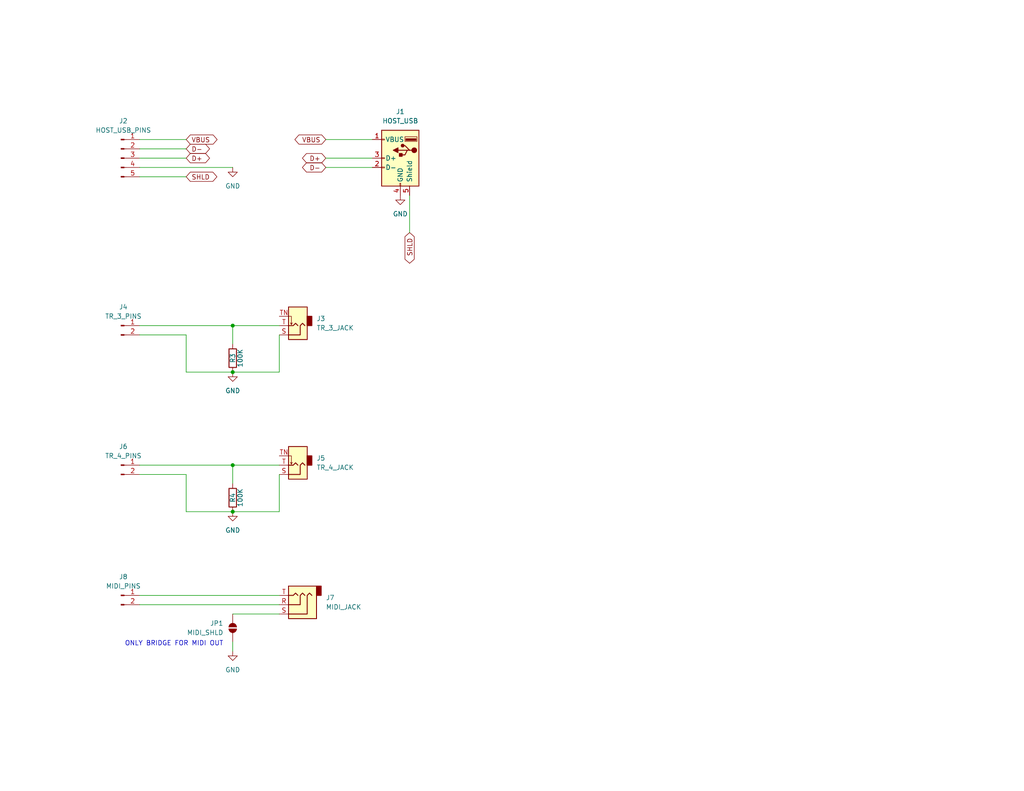
<source format=kicad_sch>
(kicad_sch (version 20250114) (generator "eeschema") (generator_version "9.0")
  (paper "USLetter")
  (title_block (title "ORN8 2HP Ext. Panel (Trig + TRS MIDI + USB-A)") (date "2026-01-06") (rev "3.2") (comment 3 "Aether Soundlab") (comment 4 "Beau Sterling"))
  (lib_symbols
    (symbol "Connector:Conn_01x02_Pin" (pin_names (offset 1.016) (hide yes))
      (property "Reference" "J" (at 0 2.54 0))
      (property "Value" "Conn_01x02_Pin" (at 0 -5.08 0))
      (symbol "Conn_01x02_Pin_1_1"
        (rectangle (start 0.8636 0.127) (end 0 -0.127) (stroke (width 0.1524)) (fill (type outline)))
        (rectangle (start 0.8636 -2.413) (end 0 -2.667) (stroke (width 0.1524)) (fill (type outline)))
        (polyline (pts (xy 1.27 0) (xy 0.8636 0)) (stroke (width 0.1524)))
        (polyline (pts (xy 1.27 -2.54) (xy 0.8636 -2.54)) (stroke (width 0.1524)))
        (pin passive line (at 5.08 0 180) (length 3.81) (name "Pin_1") (number "1"))
        (pin passive line (at 5.08 -2.54 180) (length 3.81) (name "Pin_2") (number "2"))
      )
    )
    (symbol "Connector:Conn_01x05_Pin" (pin_names (offset 1.016) (hide yes))
      (property "Reference" "J" (at 0 7.62 0))
      (property "Value" "Conn_01x05_Pin" (at 0 -7.62 0))
      (symbol "Conn_01x05_Pin_1_1"
        (rectangle (start 0.8636 5.207) (end 0 4.953) (stroke (width 0.1524)) (fill (type outline)))
        (rectangle (start 0.8636 2.667) (end 0 2.413) (stroke (width 0.1524)) (fill (type outline)))
        (rectangle (start 0.8636 0.127) (end 0 -0.127) (stroke (width 0.1524)) (fill (type outline)))
        (rectangle (start 0.8636 -2.413) (end 0 -2.667) (stroke (width 0.1524)) (fill (type outline)))
        (rectangle (start 0.8636 -4.953) (end 0 -5.207) (stroke (width 0.1524)) (fill (type outline)))
        (polyline (pts (xy 1.27 5.08) (xy 0.8636 5.08)) (stroke (width 0.1524)))
        (polyline (pts (xy 1.27 2.54) (xy 0.8636 2.54)) (stroke (width 0.1524)))
        (polyline (pts (xy 1.27 0) (xy 0.8636 0)) (stroke (width 0.1524)))
        (polyline (pts (xy 1.27 -2.54) (xy 0.8636 -2.54)) (stroke (width 0.1524)))
        (polyline (pts (xy 1.27 -5.08) (xy 0.8636 -5.08)) (stroke (width 0.1524)))
        (pin passive line (at 5.08 5.08 180) (length 3.81) (name "Pin_1") (number "1"))
        (pin passive line (at 5.08 2.54 180) (length 3.81) (name "Pin_2") (number "2"))
        (pin passive line (at 5.08 0 180) (length 3.81) (name "Pin_3") (number "3"))
        (pin passive line (at 5.08 -2.54 180) (length 3.81) (name "Pin_4") (number "4"))
        (pin passive line (at 5.08 -5.08 180) (length 3.81) (name "Pin_5") (number "5"))
      )
    )
    (symbol "Connector:USB_A" (pin_names (offset 1.016))
      (property "Reference" "J" (at -5.08 11.43 0))
      (property "Value" "USB_A" (at -5.08 8.89 0))
      (symbol "USB_A_0_1"
        (rectangle (start -5.08 -7.62) (end 5.08 7.62) (stroke (width 0.254)) (fill (type background)))
        (circle (center -3.81 2.159) (radius 0.635) (stroke (width 0.254)) (fill (type outline)))
        (polyline (pts (xy -3.175 2.159) (xy -2.54 2.159) (xy -1.27 3.429) (xy -0.635 3.429)) (stroke (width 0.254)))
        (polyline (pts (xy -2.54 2.159) (xy -1.905 2.159) (xy -1.27 0.889) (xy 0 0.889)) (stroke (width 0.254)))
        (rectangle (start -1.524 4.826) (end -4.318 5.334) (fill (type outline)))
        (rectangle (start -1.27 4.572) (end -4.572 5.842))
        (circle (center -0.635 3.429) (radius 0.381) (stroke (width 0.254)) (fill (type outline)))
        (rectangle (start -0.127 -7.62) (end 0.127 -6.858))
        (rectangle (start 0.254 1.27) (end -0.508 0.508) (stroke (width 0.254)) (fill (type outline)))
        (polyline (pts (xy 0.635 2.794) (xy 0.635 1.524) (xy 1.905 2.159) (xy 0.635 2.794)) (stroke (width 0.254)) (fill (type outline)))
        (rectangle (start 5.08 4.953) (end 4.318 5.207))
        (rectangle (start 5.08 -0.127) (end 4.318 0.127))
        (rectangle (start 5.08 -2.667) (end 4.318 -2.413))
      )
      (symbol "USB_A_1_1"
        (polyline (pts (xy -1.905 2.159) (xy 0.635 2.159)) (stroke (width 0.254)))
        (pin passive line (at -2.54 -10.16 90) (length 2.54) (name "Shield") (number "5"))
        (pin power_in line (at 0 -10.16 90) (length 2.54) (name "GND") (number "4"))
        (pin power_in line (at 7.62 5.08 180) (length 2.54) (name "VBUS") (number "1"))
        (pin bidirectional line (at 7.62 0 180) (length 2.54) (name "D+") (number "3"))
        (pin bidirectional line (at 7.62 -2.54 180) (length 2.54) (name "D-") (number "2"))
      )
    )
    (symbol "Connector_Audio:AudioJack2_SwitchT"
      (property "Reference" "J" (at 0 8.89 0))
      (property "Value" "AudioJack2_SwitchT" (at 0 6.35 0))
      (symbol "AudioJack2_SwitchT_0_1"
        (rectangle (start -2.54 0) (end -3.81 -2.54) (stroke (width 0.254)) (fill (type outline)))
        (polyline (pts (xy 0 0) (xy 0.635 -0.635) (xy 1.27 0) (xy 2.54 0)) (stroke (width 0.254)))
        (polyline (pts (xy 1.778 -0.254) (xy 2.032 -0.762)))
        (rectangle (start 2.54 3.81) (end -2.54 -5.08) (stroke (width 0.254)) (fill (type background)))
        (polyline (pts (xy 2.54 2.54) (xy -0.635 2.54) (xy -0.635 0) (xy -1.27 -0.635) (xy -1.905 0)) (stroke (width 0.254)))
        (polyline (pts (xy 2.54 -2.54) (xy 1.778 -2.54) (xy 1.778 -0.254) (xy 1.524 -0.762)))
      )
      (symbol "AudioJack2_SwitchT_1_1"
        (pin passive line (at 5.08 2.54 180) (length 2.54) (name "~") (number "S"))
        (pin passive line (at 5.08 0 180) (length 2.54) (name "~") (number "T"))
        (pin passive line (at 5.08 -2.54 180) (length 2.54) (name "~") (number "TN"))
      )
    )
    (symbol "Connector_Audio:AudioJack3"
      (property "Reference" "J" (at 0 8.89 0))
      (property "Value" "AudioJack3" (at 0 6.35 0))
      (symbol "AudioJack3_0_1"
        (rectangle (start -5.08 -5.08) (end -6.35 -2.54) (stroke (width 0.254)) (fill (type outline)))
        (polyline (pts (xy -1.905 -2.54) (xy -1.27 -3.175) (xy -0.635 -2.54) (xy -0.635 0) (xy 2.54 0)) (stroke (width 0.254)))
        (polyline (pts (xy 0 -2.54) (xy 0.635 -3.175) (xy 1.27 -2.54) (xy 2.54 -2.54)) (stroke (width 0.254)))
        (rectangle (start 2.54 3.81) (end -5.08 -5.08) (stroke (width 0.254)) (fill (type background)))
        (polyline (pts (xy 2.54 2.54) (xy -2.54 2.54) (xy -2.54 -2.54) (xy -3.175 -3.175) (xy -3.81 -2.54)) (stroke (width 0.254)))
      )
      (symbol "AudioJack3_1_1"
        (pin passive line (at 5.08 2.54 180) (length 2.54) (name "~") (number "S"))
        (pin passive line (at 5.08 0 180) (length 2.54) (name "~") (number "R"))
        (pin passive line (at 5.08 -2.54 180) (length 2.54) (name "~") (number "T"))
      )
    )
    (symbol "Device:R" (pin_numbers (hide yes)) (pin_names (offset 0))
      (property "Reference" "R" (at 2.032 0 90))
      (property "Value" "R" (at 0 0 90))
      (symbol "R_0_1"
        (rectangle (start -1.016 -2.54) (end 1.016 2.54) (stroke (width 0.254)))
      )
      (symbol "R_1_1"
        (pin passive line (at 0 3.81 270) (length 1.27) (name "~") (number "1"))
        (pin passive line (at 0 -3.81 90) (length 1.27) (name "~") (number "2"))
      )
    )
    (symbol "Jumper:SolderJumper_2_Open" (pin_numbers (hide yes)) (pin_names (offset 0) (hide yes)) (in_bom no)
      (property "Reference" "JP" (at 0 2.032 0))
      (property "Value" "SolderJumper_2_Open" (at 0 -2.54 0))
      (symbol "SolderJumper_2_Open_0_1"
        (polyline (pts (xy -0.254 1.016) (xy -0.254 -1.016)))
        (arc (start -0.254 -1.016) (mid -1.2656 0) (end -0.254 1.016))
        (arc (start -0.254 -1.016) (mid -1.2656 0) (end -0.254 1.016) (fill (type outline)))
        (arc (start 0.254 1.016) (mid 1.2656 0) (end 0.254 -1.016))
        (arc (start 0.254 1.016) (mid 1.2656 0) (end 0.254 -1.016) (fill (type outline)))
        (polyline (pts (xy 0.254 1.016) (xy 0.254 -1.016)))
      )
      (symbol "SolderJumper_2_Open_1_1"
        (pin passive line (at -3.81 0 0) (length 2.54) (name "A") (number "1"))
        (pin passive line (at 3.81 0 180) (length 2.54) (name "B") (number "2"))
      )
    )
    (symbol "power:GND" (power) (pin_numbers (hide yes)) (pin_names (offset 0) (hide yes))
      (property "Value" "GND" (at 0 -3.81 0))
      (symbol "GND_0_1"
        (polyline (pts (xy 0 0) (xy 0 -1.27) (xy 1.27 -1.27) (xy 0 -2.54) (xy -1.27 -1.27) (xy 0 -1.27)))
      )
      (symbol "GND_1_1"
        (pin power_in line (at 0 0 270) (length 0) (name "~") (number "1"))
      )
    )
  )
  (text "ONLY BRIDGE FOR MIDI OUT" (at 47.498 175.768 0) (effects (font (size 1.27 1.27))))
  (junction (at 63.5 139.7))
  (junction (at 63.5 127))
  (junction (at 63.5 101.6))
  (junction (at 63.5 88.9))
  (wire (pts (xy 63.5 127) (xy 76.2 127)))
  (wire (pts (xy 111.76 53.34) (xy 111.76 63.5)))
  (wire (pts (xy 50.8 43.18) (xy 38.1 43.18)))
  (wire (pts (xy 63.5 101.6) (xy 76.2 101.6)))
  (wire (pts (xy 38.1 45.72) (xy 63.5 45.72)))
  (wire (pts (xy 101.6 45.72) (xy 88.9 45.72)))
  (wire (pts (xy 50.8 91.44) (xy 38.1 91.44)))
  (wire (pts (xy 76.2 167.64) (xy 63.5 167.64)))
  (wire (pts (xy 63.5 127) (xy 63.5 132.08)))
  (wire (pts (xy 50.8 101.6) (xy 50.8 91.44)))
  (wire (pts (xy 38.1 38.1) (xy 50.8 38.1)))
  (wire (pts (xy 38.1 162.56) (xy 76.2 162.56)))
  (wire (pts (xy 76.2 139.7) (xy 76.2 129.54)))
  (wire (pts (xy 101.6 43.18) (xy 88.9 43.18)))
  (wire (pts (xy 38.1 165.1) (xy 76.2 165.1)))
  (wire (pts (xy 101.6 38.1) (xy 88.9 38.1)))
  (wire (pts (xy 38.1 40.64) (xy 50.8 40.64)))
  (wire (pts (xy 63.5 88.9) (xy 63.5 93.98)))
  (wire (pts (xy 63.5 175.26) (xy 63.5 177.8)))
  (wire (pts (xy 63.5 139.7) (xy 76.2 139.7)))
  (wire (pts (xy 76.2 101.6) (xy 76.2 91.44)))
  (wire (pts (xy 38.1 127) (xy 63.5 127)))
  (wire (pts (xy 38.1 88.9) (xy 63.5 88.9)))
  (wire (pts (xy 50.8 139.7) (xy 50.8 129.54)))
  (wire (pts (xy 63.5 88.9) (xy 76.2 88.9)))
  (wire (pts (xy 50.8 129.54) (xy 38.1 129.54)))
  (wire (pts (xy 38.1 48.26) (xy 50.8 48.26)))
  (wire (pts (xy 63.5 101.6) (xy 50.8 101.6)))
  (wire (pts (xy 63.5 139.7) (xy 50.8 139.7)))
  (global_label "VBUS" (shape bidirectional) (at 88.9 38.1 180) (property "Intersheetrefs" "${INTERSHEET_REFS}" (effects (hide yes))))
  (global_label "SHLD" (shape bidirectional) (at 111.76 63.5 270) (property "Intersheetrefs" "${INTERSHEET_REFS}" (effects (hide yes))))
  (global_label "SHLD" (shape bidirectional) (at 50.8 48.26 0) (property "Intersheetrefs" "${INTERSHEET_REFS}" (effects (hide yes))))
  (global_label "VBUS" (shape bidirectional) (at 50.8 38.1 0) (property "Intersheetrefs" "${INTERSHEET_REFS}" (effects (hide yes))))
  (global_label "D+" (shape bidirectional) (at 88.9 43.18 180) (property "Intersheetrefs" "${INTERSHEET_REFS}" (effects (hide yes))))
  (global_label "D-" (shape bidirectional) (at 50.8 40.64 0) (property "Intersheetrefs" "${INTERSHEET_REFS}" (effects (hide yes))))
  (global_label "D-" (shape bidirectional) (at 88.9 45.72 180) (property "Intersheetrefs" "${INTERSHEET_REFS}" (effects (hide yes))))
  (global_label "D+" (shape bidirectional) (at 50.8 43.18 0) (property "Intersheetrefs" "${INTERSHEET_REFS}" (effects (hide yes))))
  (symbol (lib_id "Connector:Conn_01x02_Pin") (at 33.02 127 0) (unit 1)
    (property "Reference" "J6" (at 33.655 121.92 0))
    (property "Value" "TR_4_PINS" (at 33.655 124.46 0))
    (property "Footprint" "Connector_PinHeader_2.54mm:PinHeader_1x02_P2.54mm_Vertical" (effects (hide yes)))
    (property "Description" "Generic connector, single row, 01x02, script generated" (effects (hide yes)))
  )
  (symbol (lib_id "power:GND") (at 109.22 53.34 0) (mirror y) (unit 1)
    (property "Reference" "#PWR03" (effects (hide yes)))
    (property "Value" "GND" (at 109.22 58.42 0))
    (property "Description" "Power symbol creates a global label with name \"GND\" , ground" (effects (hide yes)))
  )
  (symbol (lib_id "Connector:Conn_01x02_Pin") (at 33.02 162.56 0) (unit 1)
    (property "Reference" "J8" (at 33.655 157.48 0))
    (property "Value" "MIDI_PINS" (at 33.655 160.02 0))
    (property "Footprint" "Connector_PinHeader_2.54mm:PinHeader_1x02_P2.54mm_Vertical" (effects (hide yes)))
    (property "Description" "Generic connector, single row, 01x02, script generated" (effects (hide yes)))
  )
  (symbol (lib_id "power:GND") (at 63.5 45.72 0) (unit 1)
    (property "Reference" "#PWR01" (effects (hide yes)))
    (property "Value" "GND" (at 63.5 50.8 0))
    (property "Description" "Power symbol creates a global label with name \"GND\" , ground" (effects (hide yes)))
  )
  (symbol (lib_id "Device:R") (at 63.5 97.79 180) (unit 1)
    (property "Reference" "R3" (at 63.5 97.79 90))
    (property "Value" "100K" (at 65.532 97.79 90))
    (property "Footprint" "Resistor_SMD:R_0805_2012Metric_Pad1.20x1.40mm_HandSolder" (effects (hide yes)))
    (property "Description" "Resistor" (effects (hide yes)))
  )
  (symbol (lib_id "power:GND") (at 63.5 139.7 0) (unit 1)
    (property "Reference" "#PWR05" (effects (hide yes)))
    (property "Value" "GND" (at 63.5 144.78 0))
    (property "Description" "Power symbol creates a global label with name \"GND\" , ground" (effects (hide yes)))
  )
  (symbol (lib_id "Connector_Audio:AudioJack2_SwitchT") (at 81.28 88.9 180) (unit 1)
    (property "Reference" "J3" (at 86.36 86.9949 0) (effects (justify right)))
    (property "Value" "TR_3_JACK" (at 86.36 89.5349 0) (effects (justify right)))
    (property "Footprint" "Connector_Audio:Jack_3.5mm_QingPu_WQP-PJ398SM_Vertical_CircularHoles" (effects (hide yes)))
    (property "Description" "Audio Jack, 2 Poles (Mono / TS), Switched T Pole (Normalling)" (effects (hide yes)))
  )
  (symbol (lib_id "Connector_Audio:AudioJack2_SwitchT") (at 81.28 127 180) (unit 1)
    (property "Reference" "J5" (at 86.36 125.0949 0) (effects (justify right)))
    (property "Value" "TR_4_JACK" (at 86.36 127.6349 0) (effects (justify right)))
    (property "Footprint" "Connector_Audio:Jack_3.5mm_QingPu_WQP-PJ398SM_Vertical_CircularHoles" (effects (hide yes)))
    (property "Description" "Audio Jack, 2 Poles (Mono / TS), Switched T Pole (Normalling)" (effects (hide yes)))
  )
  (symbol (lib_id "Connector:Conn_01x02_Pin") (at 33.02 88.9 0) (unit 1)
    (property "Reference" "J4" (at 33.655 83.82 0))
    (property "Value" "TR_3_PINS" (at 33.655 86.36 0))
    (property "Footprint" "Connector_PinHeader_2.54mm:PinHeader_1x02_P2.54mm_Vertical" (effects (hide yes)))
    (property "Description" "Generic connector, single row, 01x02, script generated" (effects (hide yes)))
  )
  (symbol (lib_id "Connector:USB_A") (at 109.22 43.18 0) (mirror y) (unit 1)
    (property "Reference" "J1" (at 109.22 30.48 0))
    (property "Value" "HOST_USB" (at 109.22 33.02 0))
    (property "Footprint" "Library:USB_A_AliExpress_Vertical" (effects (hide yes)))
    (property "Description" "USB Type A connector" (effects (hide yes)))
  )
  (symbol (lib_id "Jumper:SolderJumper_2_Open") (at 63.5 171.45 90) (mirror x) (unit 1) (in_bom no)
    (property "Reference" "JP1" (at 60.96 170.1799 90) (effects (justify left)))
    (property "Value" "MIDI_SHLD" (at 60.96 172.7199 90) (effects (justify left)))
    (property "Footprint" "Jumper:SolderJumper-2_P1.3mm_Open_TrianglePad1.0x1.5mm" (effects (hide yes)))
    (property "Description" "Solder Jumper, 2-pole, open" (effects (hide yes)))
  )
  (symbol (lib_id "power:GND") (at 63.5 101.6 0) (unit 1)
    (property "Reference" "#PWR04" (effects (hide yes)))
    (property "Value" "GND" (at 63.5 106.68 0))
    (property "Description" "Power symbol creates a global label with name \"GND\" , ground" (effects (hide yes)))
  )
  (symbol (lib_id "Device:R") (at 63.5 135.89 180) (unit 1)
    (property "Reference" "R4" (at 63.5 135.89 90))
    (property "Value" "100K" (at 65.532 135.89 90))
    (property "Footprint" "Resistor_SMD:R_0805_2012Metric_Pad1.20x1.40mm_HandSolder" (effects (hide yes)))
    (property "Description" "Resistor" (effects (hide yes)))
  )
  (symbol (lib_id "Connector_Audio:AudioJack3") (at 81.28 165.1 180) (unit 1)
    (property "Reference" "J7" (at 88.9 163.1949 0) (effects (justify right)))
    (property "Value" "MIDI_JACK" (at 88.9 165.7349 0) (effects (justify right)))
    (property "Footprint" "Connector_Audio:Jack_3.5mm_QingPu_WQP-PJ398SM_Vertical_CircularHoles" (effects (hide yes)))
    (property "Description" "Audio Jack, 3 Poles (Stereo / TRS)" (effects (hide yes)))
  )
  (symbol (lib_id "Connector:Conn_01x05_Pin") (at 33.02 43.18 0) (unit 1)
    (property "Reference" "J2" (at 33.655 33.02 0))
    (property "Value" "HOST_USB_PINS" (at 33.655 35.56 0))
    (property "Footprint" "Connector_PinHeader_2.54mm:PinHeader_1x05_P2.54mm_Vertical" (effects (hide yes)))
    (property "Description" "Generic connector, single row, 01x05, script generated" (effects (hide yes)))
  )
  (symbol (lib_id "power:GND") (at 63.5 177.8 0) (unit 1)
    (property "Reference" "#PWR06" (effects (hide yes)))
    (property "Value" "GND" (at 63.5 182.88 0))
    (property "Description" "Power symbol creates a global label with name \"GND\" , ground" (effects (hide yes)))
  )
)
</source>
